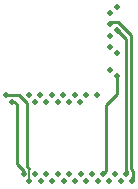
<source format=gbr>
G04 #@! TF.GenerationSoftware,KiCad,Pcbnew,(5.1.0)-1*
G04 #@! TF.CreationDate,2019-09-21T16:07:02-07:00*
G04 #@! TF.ProjectId,Miniscope-v4-wire-free-flex,4d696e69-7363-46f7-9065-2d76342d7769,rev?*
G04 #@! TF.SameCoordinates,Original*
G04 #@! TF.FileFunction,Copper,L1,Top*
G04 #@! TF.FilePolarity,Positive*
%FSLAX46Y46*%
G04 Gerber Fmt 4.6, Leading zero omitted, Abs format (unit mm)*
G04 Created by KiCad (PCBNEW (5.1.0)-1) date 2019-09-21 16:07:02*
%MOMM*%
%LPD*%
G04 APERTURE LIST*
%ADD10C,0.508000*%
%ADD11C,0.254000*%
%ADD12C,0.152400*%
%ADD13C,0.025400*%
G04 APERTURE END LIST*
D10*
X45500000Y-39750000D03*
X45017401Y-39140400D03*
X44534801Y-39750000D03*
X44052202Y-39140400D03*
X43569602Y-39750000D03*
X43087003Y-39140400D03*
X42604403Y-39750000D03*
X42121804Y-39140400D03*
X41639204Y-39750000D03*
X41156605Y-39140400D03*
X40674005Y-39750000D03*
X40191406Y-39140400D03*
X39708806Y-39750000D03*
X39226207Y-39140400D03*
X38743607Y-39750000D03*
X38261008Y-39140400D03*
X37778408Y-39750000D03*
X37295809Y-39140400D03*
X36813209Y-39750000D03*
X36330610Y-39140400D03*
X44233600Y-25000000D03*
X43624000Y-25482599D03*
X43624000Y-26447798D03*
X44233600Y-26930398D03*
X43624000Y-27412997D03*
X43624000Y-28378196D03*
X44233600Y-28860796D03*
X43624000Y-30308594D03*
X44233600Y-30791194D03*
X42585802Y-32390400D03*
X41620603Y-32390400D03*
X41138003Y-33000000D03*
X40655404Y-32390400D03*
X40172804Y-33000000D03*
X39690205Y-32390400D03*
X39207605Y-33000000D03*
X38725006Y-32390400D03*
X38242406Y-33000000D03*
X37759807Y-32390400D03*
X37277207Y-33000000D03*
X36794608Y-32390400D03*
X35346809Y-33000000D03*
X34864210Y-32390400D03*
D11*
X35110739Y-32469139D02*
X35974339Y-32469139D01*
X34864210Y-32390400D02*
X35032000Y-32390400D01*
X35032000Y-32390400D02*
X35110739Y-32469139D01*
X35974339Y-32469139D02*
X36601400Y-33096200D01*
X36601400Y-33096200D02*
X36601400Y-38455600D01*
X36601400Y-38455600D02*
X36804600Y-38658800D01*
D12*
X36813209Y-38667409D02*
X36804600Y-38658800D01*
X36813209Y-39750000D02*
X36813209Y-38667409D01*
D11*
X36330610Y-38885984D02*
X36330610Y-39140400D01*
X35740128Y-38295502D02*
X36330610Y-38885984D01*
X35740128Y-33225528D02*
X35740128Y-38295502D01*
X35346809Y-33000000D02*
X35514600Y-33000000D01*
X35514600Y-33000000D02*
X35740128Y-33225528D01*
X43341002Y-38886401D02*
X43341002Y-33239998D01*
X43087003Y-39140400D02*
X43341002Y-38886401D01*
X43341002Y-33239998D02*
X44119800Y-32461200D01*
X44233600Y-32347400D02*
X44233600Y-31255200D01*
X44119800Y-32461200D02*
X44233600Y-32347400D01*
X44233600Y-30791194D02*
X44233600Y-32347400D01*
X45017401Y-27714199D02*
X45017401Y-39140400D01*
X44233600Y-26930398D02*
X45017401Y-27714199D01*
X43821798Y-26250000D02*
X43624000Y-26447798D01*
X45500000Y-39750000D02*
X45567600Y-39682400D01*
X45567600Y-39682400D02*
X45567600Y-38862000D01*
X45567600Y-38862000D02*
X45440600Y-38735000D01*
X45440600Y-27351723D02*
X44338877Y-26250000D01*
X45440600Y-38735000D02*
X45440600Y-27351723D01*
X44338877Y-26250000D02*
X43821798Y-26250000D01*
D13*
G36*
X45132213Y-38829845D02*
G01*
X45132253Y-38830564D01*
X45133777Y-38848890D01*
X45133867Y-38849677D01*
X45136407Y-38867019D01*
X45136563Y-38867877D01*
X45140119Y-38884234D01*
X45140356Y-38885156D01*
X45144928Y-38900529D01*
X45145263Y-38901507D01*
X45150851Y-38915895D01*
X45151297Y-38916910D01*
X45157901Y-38930314D01*
X45158468Y-38931342D01*
X45166088Y-38943762D01*
X45166778Y-38944774D01*
X45175414Y-38956210D01*
X45176219Y-38957174D01*
X45179532Y-38960761D01*
X45017401Y-39241974D01*
X44855270Y-38960761D01*
X44858583Y-38957174D01*
X44859388Y-38956210D01*
X44868024Y-38944774D01*
X44868714Y-38943762D01*
X44876334Y-38931342D01*
X44876901Y-38930314D01*
X44883505Y-38916910D01*
X44883951Y-38915895D01*
X44889539Y-38901507D01*
X44889874Y-38900529D01*
X44894446Y-38885156D01*
X44894683Y-38884234D01*
X44898239Y-38867877D01*
X44898395Y-38867019D01*
X44900935Y-38849677D01*
X44901025Y-38848890D01*
X44902549Y-38830564D01*
X44902589Y-38829845D01*
X44902772Y-38822901D01*
X45132030Y-38822901D01*
X45132213Y-38829845D01*
X45132213Y-38829845D01*
G37*
X45132213Y-38829845D02*
X45132253Y-38830564D01*
X45133777Y-38848890D01*
X45133867Y-38849677D01*
X45136407Y-38867019D01*
X45136563Y-38867877D01*
X45140119Y-38884234D01*
X45140356Y-38885156D01*
X45144928Y-38900529D01*
X45145263Y-38901507D01*
X45150851Y-38915895D01*
X45151297Y-38916910D01*
X45157901Y-38930314D01*
X45158468Y-38931342D01*
X45166088Y-38943762D01*
X45166778Y-38944774D01*
X45175414Y-38956210D01*
X45176219Y-38957174D01*
X45179532Y-38960761D01*
X45017401Y-39241974D01*
X44855270Y-38960761D01*
X44858583Y-38957174D01*
X44859388Y-38956210D01*
X44868024Y-38944774D01*
X44868714Y-38943762D01*
X44876334Y-38931342D01*
X44876901Y-38930314D01*
X44883505Y-38916910D01*
X44883951Y-38915895D01*
X44889539Y-38901507D01*
X44889874Y-38900529D01*
X44894446Y-38885156D01*
X44894683Y-38884234D01*
X44898239Y-38867877D01*
X44898395Y-38867019D01*
X44900935Y-38849677D01*
X44901025Y-38848890D01*
X44902549Y-38830564D01*
X44902589Y-38829845D01*
X44902772Y-38822901D01*
X45132030Y-38822901D01*
X45132213Y-38829845D01*
G36*
X44475267Y-26942779D02*
G01*
X44475461Y-26947656D01*
X44475573Y-26948907D01*
X44477553Y-26963100D01*
X44477780Y-26964303D01*
X44481174Y-26978473D01*
X44481500Y-26979601D01*
X44486308Y-26993749D01*
X44486711Y-26994783D01*
X44492934Y-27008909D01*
X44493388Y-27009836D01*
X44501025Y-27023939D01*
X44501510Y-27024760D01*
X44510562Y-27038841D01*
X44511058Y-27039557D01*
X44521525Y-27053615D01*
X44522018Y-27054236D01*
X44533899Y-27068273D01*
X44534380Y-27068809D01*
X44539162Y-27073849D01*
X44377051Y-27235960D01*
X44372011Y-27231178D01*
X44371475Y-27230697D01*
X44357438Y-27218816D01*
X44356817Y-27218323D01*
X44342759Y-27207856D01*
X44342043Y-27207360D01*
X44327962Y-27198308D01*
X44327141Y-27197823D01*
X44313038Y-27190186D01*
X44312111Y-27189732D01*
X44297985Y-27183509D01*
X44296951Y-27183106D01*
X44282803Y-27178298D01*
X44281675Y-27177972D01*
X44267505Y-27174578D01*
X44266302Y-27174351D01*
X44252109Y-27172371D01*
X44250858Y-27172259D01*
X44245981Y-27172065D01*
X44161777Y-26858575D01*
X44475267Y-26942779D01*
X44475267Y-26942779D01*
G37*
X44475267Y-26942779D02*
X44475461Y-26947656D01*
X44475573Y-26948907D01*
X44477553Y-26963100D01*
X44477780Y-26964303D01*
X44481174Y-26978473D01*
X44481500Y-26979601D01*
X44486308Y-26993749D01*
X44486711Y-26994783D01*
X44492934Y-27008909D01*
X44493388Y-27009836D01*
X44501025Y-27023939D01*
X44501510Y-27024760D01*
X44510562Y-27038841D01*
X44511058Y-27039557D01*
X44521525Y-27053615D01*
X44522018Y-27054236D01*
X44533899Y-27068273D01*
X44534380Y-27068809D01*
X44539162Y-27073849D01*
X44377051Y-27235960D01*
X44372011Y-27231178D01*
X44371475Y-27230697D01*
X44357438Y-27218816D01*
X44356817Y-27218323D01*
X44342759Y-27207856D01*
X44342043Y-27207360D01*
X44327962Y-27198308D01*
X44327141Y-27197823D01*
X44313038Y-27190186D01*
X44312111Y-27189732D01*
X44297985Y-27183509D01*
X44296951Y-27183106D01*
X44282803Y-27178298D01*
X44281675Y-27177972D01*
X44267505Y-27174578D01*
X44266302Y-27174351D01*
X44252109Y-27172371D01*
X44250858Y-27172259D01*
X44245981Y-27172065D01*
X44161777Y-26858575D01*
X44475267Y-26942779D01*
G36*
X45670407Y-39379806D02*
G01*
X45670219Y-39380328D01*
X45660251Y-39410146D01*
X45660055Y-39410788D01*
X45652455Y-39438270D01*
X45652262Y-39439068D01*
X45647030Y-39464213D01*
X45646863Y-39465218D01*
X45643999Y-39488027D01*
X45643904Y-39489301D01*
X45643408Y-39509773D01*
X45643471Y-39511385D01*
X45645343Y-39529521D01*
X45645710Y-39531509D01*
X45649950Y-39547309D01*
X45650815Y-39549612D01*
X45657423Y-39563076D01*
X45658939Y-39565455D01*
X45662450Y-39569807D01*
X45500000Y-39851574D01*
X45337881Y-39570381D01*
X45341836Y-39566121D01*
X45342484Y-39565366D01*
X45353148Y-39551902D01*
X45353615Y-39551273D01*
X45364615Y-39535473D01*
X45364961Y-39534948D01*
X45376297Y-39516812D01*
X45376561Y-39516371D01*
X45388233Y-39495899D01*
X45388438Y-39495525D01*
X45400446Y-39472716D01*
X45400608Y-39472397D01*
X45412952Y-39447252D01*
X45413084Y-39446976D01*
X45425764Y-39419494D01*
X45425871Y-39419254D01*
X45438887Y-39389436D01*
X45438977Y-39389225D01*
X45449078Y-39364901D01*
X45676125Y-39364901D01*
X45670407Y-39379806D01*
X45670407Y-39379806D01*
G37*
X45670407Y-39379806D02*
X45670219Y-39380328D01*
X45660251Y-39410146D01*
X45660055Y-39410788D01*
X45652455Y-39438270D01*
X45652262Y-39439068D01*
X45647030Y-39464213D01*
X45646863Y-39465218D01*
X45643999Y-39488027D01*
X45643904Y-39489301D01*
X45643408Y-39509773D01*
X45643471Y-39511385D01*
X45645343Y-39529521D01*
X45645710Y-39531509D01*
X45649950Y-39547309D01*
X45650815Y-39549612D01*
X45657423Y-39563076D01*
X45658939Y-39565455D01*
X45662450Y-39569807D01*
X45500000Y-39851574D01*
X45337881Y-39570381D01*
X45341836Y-39566121D01*
X45342484Y-39565366D01*
X45353148Y-39551902D01*
X45353615Y-39551273D01*
X45364615Y-39535473D01*
X45364961Y-39534948D01*
X45376297Y-39516812D01*
X45376561Y-39516371D01*
X45388233Y-39495899D01*
X45388438Y-39495525D01*
X45400446Y-39472716D01*
X45400608Y-39472397D01*
X45412952Y-39447252D01*
X45413084Y-39446976D01*
X45425764Y-39419494D01*
X45425871Y-39419254D01*
X45438887Y-39389436D01*
X45438977Y-39389225D01*
X45449078Y-39364901D01*
X45676125Y-39364901D01*
X45670407Y-39379806D01*
M02*

</source>
